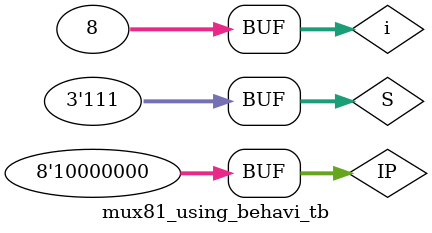
<source format=v>
module mux81_using_behavi (
    input [7:0]ip,
    input [2:0]s,
    output reg y
);
always @(*) begin
    case(s)
    3'd0:y=ip[0];
    3'd1:y=ip[1];
    3'd2:y=ip[2];
    3'd3:y=ip[3];
    3'd4:y=ip[4];
    3'd5:y=ip[5];
    3'd6:y=ip[6];
    3'd7:y=ip[7];

    endcase
    
end

endmodule

module mux81_using_behavi_tb;

wire Y;
reg [7:0]IP;
reg [2:0]S;
integer i;

mux81_using_21 dut  (
    .ip(IP),
    .s(S),
    .y(Y)
);

initial 
begin
    $monitor("[%t] INPUTS=%B,SELECT LINES=%B, OUTPUTLINESSELECTED=%d ",$time,IP,S,i);
    for(i=0;i<8;i=i+1)
    begin
        #10; IP=(2**i); S=i;
    end
end

    
endmodule
</source>
